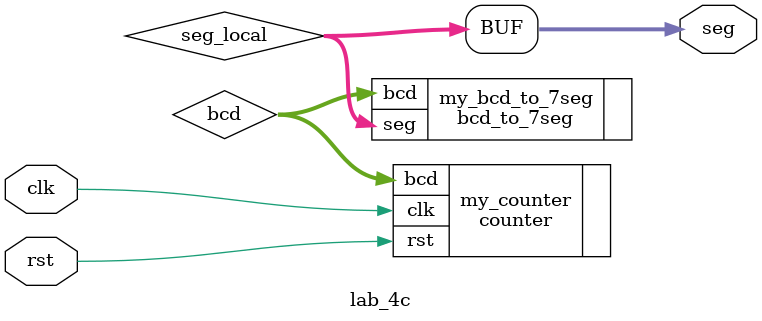
<source format=v>
module lab_4c (
    input wire clk,  // Clock input
    input wire rst,  // Reset input
    output wire [6:0] seg  // 7-segment display output
);
    wire [3:0] bcd;
    wire [6:0] seg_local;

    counter my_counter (
        .clk(clk),
        .rst(rst),
        .bcd(bcd)
    );

    bcd_to_7seg my_bcd_to_7seg (
        .bcd(bcd),
        .seg(seg_local)
    );

    assign seg = seg_local;
endmodule

</source>
